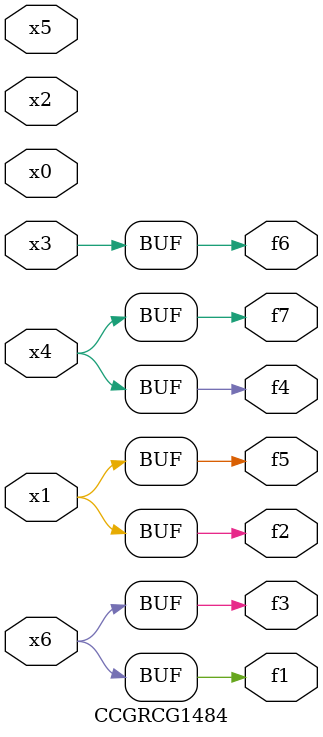
<source format=v>
module CCGRCG1484(
	input x0, x1, x2, x3, x4, x5, x6,
	output f1, f2, f3, f4, f5, f6, f7
);
	assign f1 = x6;
	assign f2 = x1;
	assign f3 = x6;
	assign f4 = x4;
	assign f5 = x1;
	assign f6 = x3;
	assign f7 = x4;
endmodule

</source>
